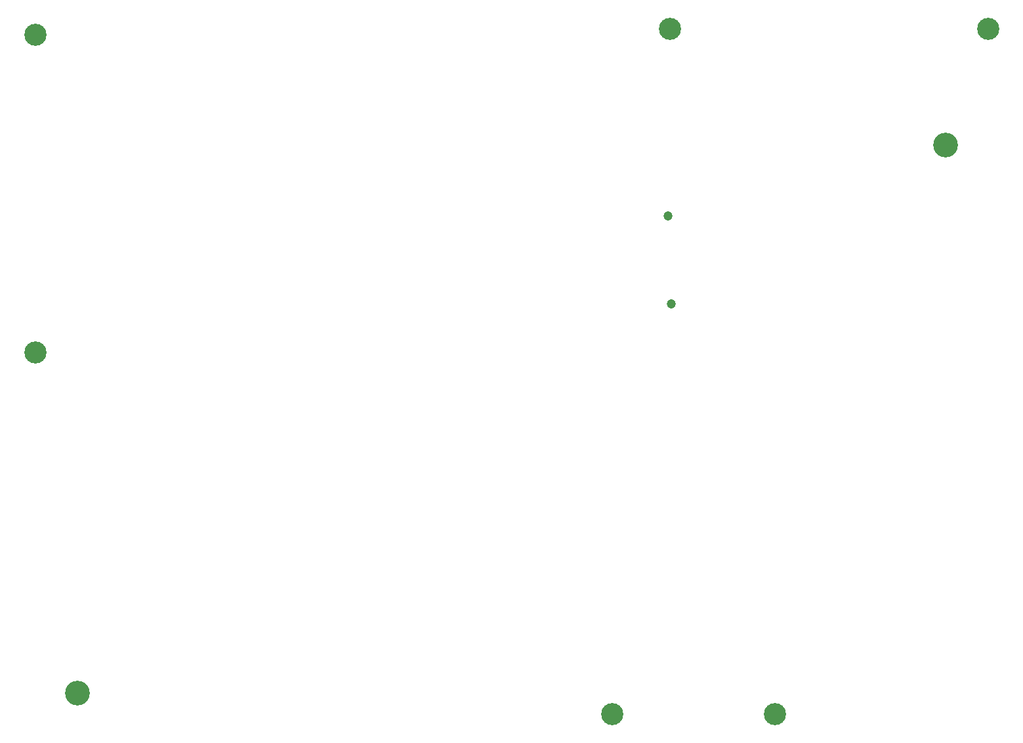
<source format=gbr>
%TF.GenerationSoftware,KiCad,Pcbnew,(6.0.1-0)*%
%TF.CreationDate,2023-02-28T13:23:50-05:00*%
%TF.ProjectId,rear-control-board,72656172-2d63-46f6-9e74-726f6c2d626f,rev?*%
%TF.SameCoordinates,Original*%
%TF.FileFunction,NonPlated,1,2,NPTH,Drill*%
%TF.FilePolarity,Positive*%
%FSLAX46Y46*%
G04 Gerber Fmt 4.6, Leading zero omitted, Abs format (unit mm)*
G04 Created by KiCad (PCBNEW (6.0.1-0)) date 2023-02-28 13:23:50*
%MOMM*%
%LPD*%
G01*
G04 APERTURE LIST*
%TA.AperFunction,ComponentDrill*%
%ADD10C,1.200000*%
%TD*%
%TA.AperFunction,ComponentDrill*%
%ADD11C,2.850000*%
%TD*%
%TA.AperFunction,ComponentDrill*%
%ADD12C,3.200000*%
%TD*%
G04 APERTURE END LIST*
D10*
%TO.C,J4*%
X146750000Y-94150000D03*
%TO.C,J5*%
X147117500Y-105501115D03*
D11*
%TO.C,J1*%
X65087500Y-70750000D03*
X65087500Y-111750000D03*
%TO.C,J3*%
X139500000Y-158437500D03*
%TO.C,J2*%
X147000000Y-70000000D03*
%TO.C,J3*%
X160500000Y-158437500D03*
%TO.C,J2*%
X188000000Y-70000000D03*
D12*
%TO.C,H2*%
X70500000Y-155750000D03*
%TO.C,H1*%
X182500000Y-85000000D03*
M02*

</source>
